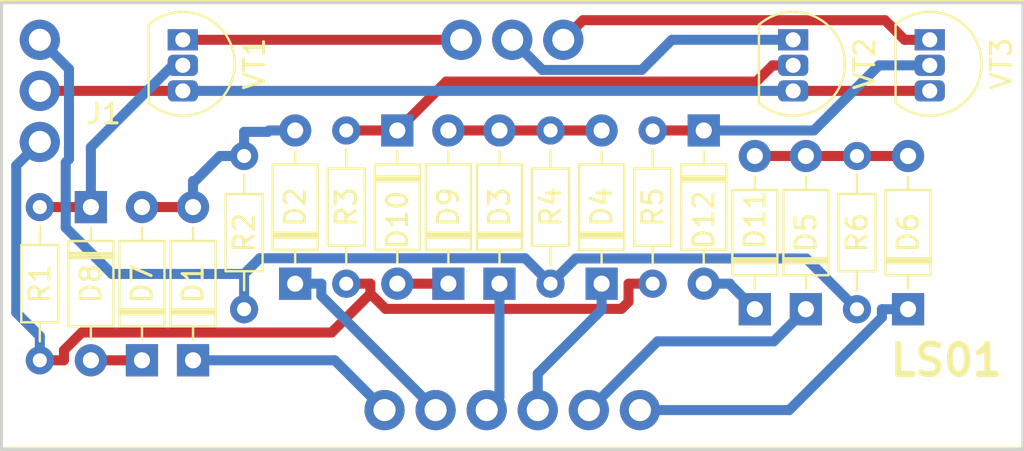
<source format=kicad_pcb>
(kicad_pcb (version 20171130) (host pcbnew "(5.0.0)")

  (general
    (thickness 1.6)
    (drawings 5)
    (tracks 91)
    (zones 0)
    (modules 22)
    (nets 22)
  )

  (page A4)
  (layers
    (0 F.Cu signal)
    (31 B.Cu signal)
    (32 B.Adhes user hide)
    (33 F.Adhes user hide)
    (34 B.Paste user hide)
    (35 F.Paste user hide)
    (36 B.SilkS user hide)
    (37 F.SilkS user)
    (38 B.Mask user)
    (39 F.Mask user)
    (40 Dwgs.User user hide)
    (41 Cmts.User user hide)
    (42 Eco1.User user hide)
    (43 Eco2.User user hide)
    (44 Edge.Cuts user)
    (45 Margin user)
    (46 B.CrtYd user hide)
    (47 F.CrtYd user)
    (48 B.Fab user)
    (49 F.Fab user)
  )

  (setup
    (last_trace_width 0.5)
    (trace_clearance 0.2)
    (zone_clearance 0.508)
    (zone_45_only no)
    (trace_min 0.2)
    (segment_width 0.2)
    (edge_width 0.15)
    (via_size 0.8)
    (via_drill 0.4)
    (via_min_size 0.4)
    (via_min_drill 0.3)
    (uvia_size 0.3)
    (uvia_drill 0.1)
    (uvias_allowed no)
    (uvia_min_size 0.2)
    (uvia_min_drill 0.1)
    (pcb_text_width 0.3)
    (pcb_text_size 1.5 1.5)
    (mod_edge_width 0.15)
    (mod_text_size 1 1)
    (mod_text_width 0.15)
    (pad_size 1.524 1.524)
    (pad_drill 0.762)
    (pad_to_mask_clearance 0.2)
    (aux_axis_origin 0 0)
    (grid_origin 95.25 57.15)
    (visible_elements 7FFDFF7F)
    (pcbplotparams
      (layerselection 0x010fc_ffffffff)
      (usegerberextensions false)
      (usegerberattributes false)
      (usegerberadvancedattributes false)
      (creategerberjobfile false)
      (excludeedgelayer true)
      (linewidth 0.100000)
      (plotframeref false)
      (viasonmask false)
      (mode 1)
      (useauxorigin false)
      (hpglpennumber 1)
      (hpglpenspeed 20)
      (hpglpendiameter 15.000000)
      (psnegative false)
      (psa4output false)
      (plotreference true)
      (plotvalue true)
      (plotinvisibletext false)
      (padsonsilk false)
      (subtractmaskfromsilk false)
      (outputformat 1)
      (mirror false)
      (drillshape 0)
      (scaleselection 1)
      (outputdirectory "Gerber/"))
  )

  (net 0 "")
  (net 1 "Net-(D1-Pad2)")
  (net 2 1)
  (net 3 2)
  (net 4 3)
  (net 5 "Net-(D3-Pad2)")
  (net 6 4)
  (net 7 5)
  (net 8 "Net-(D11-Pad2)")
  (net 9 6)
  (net 10 "Net-(D7-Pad1)")
  (net 11 "Net-(D8-Pad1)")
  (net 12 "Net-(D10-Pad2)")
  (net 13 "Net-(D10-Pad1)")
  (net 14 "Net-(D11-Pad1)")
  (net 15 "Net-(D12-Pad1)")
  (net 16 +6v)
  (net 17 -6v)
  (net 18 13)
  (net 19 12)
  (net 20 11)
  (net 21 0v)

  (net_class Default "This is the default net class."
    (clearance 0.2)
    (trace_width 0.5)
    (via_dia 0.8)
    (via_drill 0.4)
    (uvia_dia 0.3)
    (uvia_drill 0.1)
    (add_net +6v)
    (add_net -6v)
    (add_net 0v)
    (add_net 1)
    (add_net 11)
    (add_net 12)
    (add_net 13)
    (add_net 2)
    (add_net 3)
    (add_net 4)
    (add_net 5)
    (add_net 6)
    (add_net "Net-(D1-Pad2)")
    (add_net "Net-(D10-Pad1)")
    (add_net "Net-(D10-Pad2)")
    (add_net "Net-(D11-Pad1)")
    (add_net "Net-(D11-Pad2)")
    (add_net "Net-(D12-Pad1)")
    (add_net "Net-(D3-Pad2)")
    (add_net "Net-(D7-Pad1)")
    (add_net "Net-(D8-Pad1)")
  )

  (module ELLIOTT:LSA (layer F.Cu) (tedit 5C6009BE) (tstamp 5C31E846)
    (at 100.33 43.1165)
    (path /5C320323)
    (fp_text reference J1 (at 0 0.5) (layer F.SilkS)
      (effects (font (size 1 1) (thickness 0.15)))
    )
    (fp_text value LSAConnect (at 0 -0.5) (layer F.Fab)
      (effects (font (size 1 1) (thickness 0.15)))
    )
    (fp_line (start -5.08 17.145) (end -5.08 -5.08) (layer F.SilkS) (width 0.15))
    (fp_line (start 45.72 17.145) (end -5.08 17.145) (layer F.SilkS) (width 0.15))
    (fp_line (start 45.72 -5.08) (end 45.72 17.145) (layer F.SilkS) (width 0.15))
    (fp_line (start -5.08 -5.08) (end 45.72 -5.08) (layer F.SilkS) (width 0.15))
    (pad 13 thru_hole circle (at 22.86 -3.175) (size 2 2) (drill 1.1) (layers *.Cu *.Mask)
      (net 18 13))
    (pad 12 thru_hole circle (at 20.32 -3.175) (size 2 2) (drill 1.1) (layers *.Cu *.Mask)
      (net 19 12))
    (pad 11 thru_hole circle (at 17.78 -3.175) (size 2 2) (drill 1.1) (layers *.Cu *.Mask)
      (net 20 11))
    (pad 6 thru_hole circle (at 26.67 15.24) (size 2 2) (drill 1.1) (layers *.Cu *.Mask)
      (net 9 6))
    (pad 5 thru_hole circle (at 24.13 15.24) (size 2 2) (drill 1.1) (layers *.Cu *.Mask)
      (net 7 5))
    (pad 4 thru_hole circle (at 21.59 15.24) (size 2 2) (drill 1.1) (layers *.Cu *.Mask)
      (net 6 4))
    (pad 3 thru_hole circle (at 19.05 15.24) (size 2 2) (drill 1.1) (layers *.Cu *.Mask)
      (net 4 3))
    (pad 2 thru_hole circle (at 16.51 15.24) (size 2 2) (drill 1.1) (layers *.Cu *.Mask)
      (net 3 2))
    (pad 1 thru_hole circle (at 13.97 15.24) (size 2 2) (drill 1.1) (layers *.Cu *.Mask)
      (net 2 1))
    (pad 23 thru_hole circle (at -3.175 1.905) (size 2 2) (drill 1.1) (layers *.Cu *.Mask)
      (net 17 -6v))
    (pad 22 thru_hole circle (at -3.175 -0.635) (size 2 2) (drill 1.1) (layers *.Cu *.Mask)
      (net 21 0v))
    (pad 21 thru_hole circle (at -3.175 -3.175) (size 2 2) (drill 1.1) (layers *.Cu *.Mask)
      (net 16 +6v))
  )

  (module ELLIOTT:R_Axial_DIN0204_L3.6mm_D1.6mm_P7.62mm_Horizontal (layer F.Cu) (tedit 5B9AA3EA) (tstamp 5B9A9724)
    (at 97.155 48.26 270)
    (descr "Resistor, Axial_DIN0204 series, Axial, Horizontal, pin pitch=7.62mm, 0.167W, length*diameter=3.6*1.6mm^2, http://cdn-reichelt.de/documents/datenblatt/B400/1_4W%23YAG.pdf")
    (tags "Resistor Axial_DIN0204 series Axial Horizontal pin pitch 7.62mm 0.167W length 3.6mm diameter 1.6mm")
    (path /5B96A17E)
    (fp_text reference R1 (at 3.81 0 270) (layer F.SilkS)
      (effects (font (size 1 1) (thickness 0.15)))
    )
    (fp_text value 22k (at 3.81 1.92 270) (layer F.Fab)
      (effects (font (size 1 1) (thickness 0.15)))
    )
    (fp_line (start 1.89 -0.92) (end 1.89 0.92) (layer F.SilkS) (width 0.12))
    (fp_line (start 1.89 0.92) (end 5.73 0.92) (layer F.SilkS) (width 0.12))
    (fp_line (start 5.73 0.92) (end 5.73 -0.92) (layer F.SilkS) (width 0.12))
    (fp_line (start 5.73 -0.92) (end 1.89 -0.92) (layer F.SilkS) (width 0.12))
    (fp_line (start 0.94 0) (end 1.89 0) (layer F.SilkS) (width 0.12))
    (fp_line (start 6.68 0) (end 5.73 0) (layer F.SilkS) (width 0.12))
    (fp_line (start -1.05 -1.25) (end -1.05 1.25) (layer F.CrtYd) (width 0.05))
    (fp_line (start -1.05 1.25) (end 8.67 1.25) (layer F.CrtYd) (width 0.05))
    (fp_line (start 8.67 1.25) (end 8.67 -1.25) (layer F.CrtYd) (width 0.05))
    (fp_line (start 8.67 -1.25) (end -1.05 -1.25) (layer F.CrtYd) (width 0.05))
    (pad 1 thru_hole circle (at 0 0 270) (size 1.4 1.4) (drill 0.7) (layers *.Cu *.Mask)
      (net 11 "Net-(D8-Pad1)"))
    (pad 2 thru_hole oval (at 7.62 0 270) (size 1.4 1.4) (drill 0.7) (layers *.Cu *.Mask)
      (net 17 -6v))
    (model ${KISYS3DMOD}/Resistor_THT.3dshapes/R_Axial_DIN0204_L3.6mm_D1.6mm_P7.62mm_Horizontal.wrl
      (at (xyz 0 0 0))
      (scale (xyz 1 1 1))
      (rotate (xyz 0 0 0))
    )
  )

  (module ELLIOTT:D_DO-35_SOD27_P7.62mm_Horizontal (layer F.Cu) (tedit 5B9AA396) (tstamp 5B9A9577)
    (at 104.775 55.88 90)
    (descr "Diode, DO-35_SOD27 series, Axial, Horizontal, pin pitch=7.62mm, , length*diameter=4*2mm^2, , http://www.diodes.com/_files/packages/DO-35.pdf")
    (tags "Diode DO-35_SOD27 series Axial Horizontal pin pitch 7.62mm  length 4mm diameter 2mm")
    (path /5B96A028)
    (fp_text reference D1 (at 3.81 0 90) (layer F.SilkS)
      (effects (font (size 1 1) (thickness 0.15)))
    )
    (fp_text value 1N4148 (at 3.81 2.12 90) (layer F.Fab)
      (effects (font (size 1 1) (thickness 0.15)))
    )
    (fp_line (start 2.41 -1) (end 2.41 1) (layer F.Fab) (width 0.1))
    (fp_line (start 2.51 -1) (end 2.51 1) (layer F.Fab) (width 0.1))
    (fp_line (start 2.31 -1) (end 2.31 1) (layer F.Fab) (width 0.1))
    (fp_line (start 1.69 -1.12) (end 1.69 1.12) (layer F.SilkS) (width 0.12))
    (fp_line (start 1.69 1.12) (end 5.93 1.12) (layer F.SilkS) (width 0.12))
    (fp_line (start 5.93 1.12) (end 5.93 -1.12) (layer F.SilkS) (width 0.12))
    (fp_line (start 5.93 -1.12) (end 1.69 -1.12) (layer F.SilkS) (width 0.12))
    (fp_line (start 1.04 0) (end 1.69 0) (layer F.SilkS) (width 0.12))
    (fp_line (start 6.58 0) (end 5.93 0) (layer F.SilkS) (width 0.12))
    (fp_line (start 2.41 -1.12) (end 2.41 1.12) (layer F.SilkS) (width 0.12))
    (fp_line (start 2.53 -1.12) (end 2.53 1.12) (layer F.SilkS) (width 0.12))
    (fp_line (start 2.29 -1.12) (end 2.29 1.12) (layer F.SilkS) (width 0.12))
    (fp_line (start -1.05 -1.25) (end -1.05 1.25) (layer F.CrtYd) (width 0.05))
    (fp_line (start -1.05 1.25) (end 8.67 1.25) (layer F.CrtYd) (width 0.05))
    (fp_line (start 8.67 1.25) (end 8.67 -1.25) (layer F.CrtYd) (width 0.05))
    (fp_line (start 8.67 -1.25) (end -1.05 -1.25) (layer F.CrtYd) (width 0.05))
    (pad 1 thru_hole rect (at 0 0 90) (size 1.6 1.6) (drill 0.8) (layers *.Cu *.Mask)
      (net 2 1))
    (pad 2 thru_hole oval (at 7.62 0 90) (size 1.6 1.6) (drill 0.8) (layers *.Cu *.Mask)
      (net 1 "Net-(D1-Pad2)"))
    (model ${KISYS3DMOD}/Diode_THT.3dshapes/D_DO-35_SOD27_P7.62mm_Horizontal.wrl
      (at (xyz 0 0 0))
      (scale (xyz 1 1 1))
      (rotate (xyz 0 0 0))
    )
  )

  (module ELLIOTT:D_DO-35_SOD27_P7.62mm_Horizontal (layer F.Cu) (tedit 5B9AA396) (tstamp 5B9A9595)
    (at 109.855 52.07 90)
    (descr "Diode, DO-35_SOD27 series, Axial, Horizontal, pin pitch=7.62mm, , length*diameter=4*2mm^2, , http://www.diodes.com/_files/packages/DO-35.pdf")
    (tags "Diode DO-35_SOD27 series Axial Horizontal pin pitch 7.62mm  length 4mm diameter 2mm")
    (path /5B96A061)
    (fp_text reference D2 (at 3.81 0 90) (layer F.SilkS)
      (effects (font (size 1 1) (thickness 0.15)))
    )
    (fp_text value 1N4148 (at 3.81 2.12 90) (layer F.Fab)
      (effects (font (size 1 1) (thickness 0.15)))
    )
    (fp_line (start 2.41 -1) (end 2.41 1) (layer F.Fab) (width 0.1))
    (fp_line (start 2.51 -1) (end 2.51 1) (layer F.Fab) (width 0.1))
    (fp_line (start 2.31 -1) (end 2.31 1) (layer F.Fab) (width 0.1))
    (fp_line (start 1.69 -1.12) (end 1.69 1.12) (layer F.SilkS) (width 0.12))
    (fp_line (start 1.69 1.12) (end 5.93 1.12) (layer F.SilkS) (width 0.12))
    (fp_line (start 5.93 1.12) (end 5.93 -1.12) (layer F.SilkS) (width 0.12))
    (fp_line (start 5.93 -1.12) (end 1.69 -1.12) (layer F.SilkS) (width 0.12))
    (fp_line (start 1.04 0) (end 1.69 0) (layer F.SilkS) (width 0.12))
    (fp_line (start 6.58 0) (end 5.93 0) (layer F.SilkS) (width 0.12))
    (fp_line (start 2.41 -1.12) (end 2.41 1.12) (layer F.SilkS) (width 0.12))
    (fp_line (start 2.53 -1.12) (end 2.53 1.12) (layer F.SilkS) (width 0.12))
    (fp_line (start 2.29 -1.12) (end 2.29 1.12) (layer F.SilkS) (width 0.12))
    (fp_line (start -1.05 -1.25) (end -1.05 1.25) (layer F.CrtYd) (width 0.05))
    (fp_line (start -1.05 1.25) (end 8.67 1.25) (layer F.CrtYd) (width 0.05))
    (fp_line (start 8.67 1.25) (end 8.67 -1.25) (layer F.CrtYd) (width 0.05))
    (fp_line (start 8.67 -1.25) (end -1.05 -1.25) (layer F.CrtYd) (width 0.05))
    (pad 1 thru_hole rect (at 0 0 90) (size 1.6 1.6) (drill 0.8) (layers *.Cu *.Mask)
      (net 3 2))
    (pad 2 thru_hole oval (at 7.62 0 90) (size 1.6 1.6) (drill 0.8) (layers *.Cu *.Mask)
      (net 1 "Net-(D1-Pad2)"))
    (model ${KISYS3DMOD}/Diode_THT.3dshapes/D_DO-35_SOD27_P7.62mm_Horizontal.wrl
      (at (xyz 0 0 0))
      (scale (xyz 1 1 1))
      (rotate (xyz 0 0 0))
    )
  )

  (module ELLIOTT:D_DO-35_SOD27_P7.62mm_Horizontal (layer F.Cu) (tedit 5B9AA396) (tstamp 5B9A95B3)
    (at 120.015 52.07 90)
    (descr "Diode, DO-35_SOD27 series, Axial, Horizontal, pin pitch=7.62mm, , length*diameter=4*2mm^2, , http://www.diodes.com/_files/packages/DO-35.pdf")
    (tags "Diode DO-35_SOD27 series Axial Horizontal pin pitch 7.62mm  length 4mm diameter 2mm")
    (path /5B96AD4B)
    (fp_text reference D3 (at 3.81 0 90) (layer F.SilkS)
      (effects (font (size 1 1) (thickness 0.15)))
    )
    (fp_text value 1N4148 (at 3.81 2.12 90) (layer F.Fab)
      (effects (font (size 1 1) (thickness 0.15)))
    )
    (fp_line (start 2.41 -1) (end 2.41 1) (layer F.Fab) (width 0.1))
    (fp_line (start 2.51 -1) (end 2.51 1) (layer F.Fab) (width 0.1))
    (fp_line (start 2.31 -1) (end 2.31 1) (layer F.Fab) (width 0.1))
    (fp_line (start 1.69 -1.12) (end 1.69 1.12) (layer F.SilkS) (width 0.12))
    (fp_line (start 1.69 1.12) (end 5.93 1.12) (layer F.SilkS) (width 0.12))
    (fp_line (start 5.93 1.12) (end 5.93 -1.12) (layer F.SilkS) (width 0.12))
    (fp_line (start 5.93 -1.12) (end 1.69 -1.12) (layer F.SilkS) (width 0.12))
    (fp_line (start 1.04 0) (end 1.69 0) (layer F.SilkS) (width 0.12))
    (fp_line (start 6.58 0) (end 5.93 0) (layer F.SilkS) (width 0.12))
    (fp_line (start 2.41 -1.12) (end 2.41 1.12) (layer F.SilkS) (width 0.12))
    (fp_line (start 2.53 -1.12) (end 2.53 1.12) (layer F.SilkS) (width 0.12))
    (fp_line (start 2.29 -1.12) (end 2.29 1.12) (layer F.SilkS) (width 0.12))
    (fp_line (start -1.05 -1.25) (end -1.05 1.25) (layer F.CrtYd) (width 0.05))
    (fp_line (start -1.05 1.25) (end 8.67 1.25) (layer F.CrtYd) (width 0.05))
    (fp_line (start 8.67 1.25) (end 8.67 -1.25) (layer F.CrtYd) (width 0.05))
    (fp_line (start 8.67 -1.25) (end -1.05 -1.25) (layer F.CrtYd) (width 0.05))
    (pad 1 thru_hole rect (at 0 0 90) (size 1.6 1.6) (drill 0.8) (layers *.Cu *.Mask)
      (net 4 3))
    (pad 2 thru_hole oval (at 7.62 0 90) (size 1.6 1.6) (drill 0.8) (layers *.Cu *.Mask)
      (net 5 "Net-(D3-Pad2)"))
    (model ${KISYS3DMOD}/Diode_THT.3dshapes/D_DO-35_SOD27_P7.62mm_Horizontal.wrl
      (at (xyz 0 0 0))
      (scale (xyz 1 1 1))
      (rotate (xyz 0 0 0))
    )
  )

  (module ELLIOTT:D_DO-35_SOD27_P7.62mm_Horizontal (layer F.Cu) (tedit 5B9AA396) (tstamp 5B9A95D1)
    (at 125.095 52.07 90)
    (descr "Diode, DO-35_SOD27 series, Axial, Horizontal, pin pitch=7.62mm, , length*diameter=4*2mm^2, , http://www.diodes.com/_files/packages/DO-35.pdf")
    (tags "Diode DO-35_SOD27 series Axial Horizontal pin pitch 7.62mm  length 4mm diameter 2mm")
    (path /5B96AD51)
    (fp_text reference D4 (at 3.81 0 90) (layer F.SilkS)
      (effects (font (size 1 1) (thickness 0.15)))
    )
    (fp_text value 1N4148 (at 3.81 2.12 90) (layer F.Fab)
      (effects (font (size 1 1) (thickness 0.15)))
    )
    (fp_line (start 2.41 -1) (end 2.41 1) (layer F.Fab) (width 0.1))
    (fp_line (start 2.51 -1) (end 2.51 1) (layer F.Fab) (width 0.1))
    (fp_line (start 2.31 -1) (end 2.31 1) (layer F.Fab) (width 0.1))
    (fp_line (start 1.69 -1.12) (end 1.69 1.12) (layer F.SilkS) (width 0.12))
    (fp_line (start 1.69 1.12) (end 5.93 1.12) (layer F.SilkS) (width 0.12))
    (fp_line (start 5.93 1.12) (end 5.93 -1.12) (layer F.SilkS) (width 0.12))
    (fp_line (start 5.93 -1.12) (end 1.69 -1.12) (layer F.SilkS) (width 0.12))
    (fp_line (start 1.04 0) (end 1.69 0) (layer F.SilkS) (width 0.12))
    (fp_line (start 6.58 0) (end 5.93 0) (layer F.SilkS) (width 0.12))
    (fp_line (start 2.41 -1.12) (end 2.41 1.12) (layer F.SilkS) (width 0.12))
    (fp_line (start 2.53 -1.12) (end 2.53 1.12) (layer F.SilkS) (width 0.12))
    (fp_line (start 2.29 -1.12) (end 2.29 1.12) (layer F.SilkS) (width 0.12))
    (fp_line (start -1.05 -1.25) (end -1.05 1.25) (layer F.CrtYd) (width 0.05))
    (fp_line (start -1.05 1.25) (end 8.67 1.25) (layer F.CrtYd) (width 0.05))
    (fp_line (start 8.67 1.25) (end 8.67 -1.25) (layer F.CrtYd) (width 0.05))
    (fp_line (start 8.67 -1.25) (end -1.05 -1.25) (layer F.CrtYd) (width 0.05))
    (pad 1 thru_hole rect (at 0 0 90) (size 1.6 1.6) (drill 0.8) (layers *.Cu *.Mask)
      (net 6 4))
    (pad 2 thru_hole oval (at 7.62 0 90) (size 1.6 1.6) (drill 0.8) (layers *.Cu *.Mask)
      (net 5 "Net-(D3-Pad2)"))
    (model ${KISYS3DMOD}/Diode_THT.3dshapes/D_DO-35_SOD27_P7.62mm_Horizontal.wrl
      (at (xyz 0 0 0))
      (scale (xyz 1 1 1))
      (rotate (xyz 0 0 0))
    )
  )

  (module ELLIOTT:D_DO-35_SOD27_P7.62mm_Horizontal (layer F.Cu) (tedit 5B9AA396) (tstamp 5B9A95EF)
    (at 135.255 53.34 90)
    (descr "Diode, DO-35_SOD27 series, Axial, Horizontal, pin pitch=7.62mm, , length*diameter=4*2mm^2, , http://www.diodes.com/_files/packages/DO-35.pdf")
    (tags "Diode DO-35_SOD27 series Axial Horizontal pin pitch 7.62mm  length 4mm diameter 2mm")
    (path /5B96B3C3)
    (fp_text reference D5 (at 3.81 0 90) (layer F.SilkS)
      (effects (font (size 1 1) (thickness 0.15)))
    )
    (fp_text value 1N4148 (at 3.81 2.12 90) (layer F.Fab)
      (effects (font (size 1 1) (thickness 0.15)))
    )
    (fp_line (start 2.41 -1) (end 2.41 1) (layer F.Fab) (width 0.1))
    (fp_line (start 2.51 -1) (end 2.51 1) (layer F.Fab) (width 0.1))
    (fp_line (start 2.31 -1) (end 2.31 1) (layer F.Fab) (width 0.1))
    (fp_line (start 1.69 -1.12) (end 1.69 1.12) (layer F.SilkS) (width 0.12))
    (fp_line (start 1.69 1.12) (end 5.93 1.12) (layer F.SilkS) (width 0.12))
    (fp_line (start 5.93 1.12) (end 5.93 -1.12) (layer F.SilkS) (width 0.12))
    (fp_line (start 5.93 -1.12) (end 1.69 -1.12) (layer F.SilkS) (width 0.12))
    (fp_line (start 1.04 0) (end 1.69 0) (layer F.SilkS) (width 0.12))
    (fp_line (start 6.58 0) (end 5.93 0) (layer F.SilkS) (width 0.12))
    (fp_line (start 2.41 -1.12) (end 2.41 1.12) (layer F.SilkS) (width 0.12))
    (fp_line (start 2.53 -1.12) (end 2.53 1.12) (layer F.SilkS) (width 0.12))
    (fp_line (start 2.29 -1.12) (end 2.29 1.12) (layer F.SilkS) (width 0.12))
    (fp_line (start -1.05 -1.25) (end -1.05 1.25) (layer F.CrtYd) (width 0.05))
    (fp_line (start -1.05 1.25) (end 8.67 1.25) (layer F.CrtYd) (width 0.05))
    (fp_line (start 8.67 1.25) (end 8.67 -1.25) (layer F.CrtYd) (width 0.05))
    (fp_line (start 8.67 -1.25) (end -1.05 -1.25) (layer F.CrtYd) (width 0.05))
    (pad 1 thru_hole rect (at 0 0 90) (size 1.6 1.6) (drill 0.8) (layers *.Cu *.Mask)
      (net 7 5))
    (pad 2 thru_hole oval (at 7.62 0 90) (size 1.6 1.6) (drill 0.8) (layers *.Cu *.Mask)
      (net 8 "Net-(D11-Pad2)"))
    (model ${KISYS3DMOD}/Diode_THT.3dshapes/D_DO-35_SOD27_P7.62mm_Horizontal.wrl
      (at (xyz 0 0 0))
      (scale (xyz 1 1 1))
      (rotate (xyz 0 0 0))
    )
  )

  (module ELLIOTT:D_DO-35_SOD27_P7.62mm_Horizontal (layer F.Cu) (tedit 5B9AA396) (tstamp 5B9A960D)
    (at 140.335 53.34 90)
    (descr "Diode, DO-35_SOD27 series, Axial, Horizontal, pin pitch=7.62mm, , length*diameter=4*2mm^2, , http://www.diodes.com/_files/packages/DO-35.pdf")
    (tags "Diode DO-35_SOD27 series Axial Horizontal pin pitch 7.62mm  length 4mm diameter 2mm")
    (path /5B96B3C9)
    (fp_text reference D6 (at 3.81 0 90) (layer F.SilkS)
      (effects (font (size 1 1) (thickness 0.15)))
    )
    (fp_text value 1N4148 (at 3.81 2.12 90) (layer F.Fab)
      (effects (font (size 1 1) (thickness 0.15)))
    )
    (fp_line (start 2.41 -1) (end 2.41 1) (layer F.Fab) (width 0.1))
    (fp_line (start 2.51 -1) (end 2.51 1) (layer F.Fab) (width 0.1))
    (fp_line (start 2.31 -1) (end 2.31 1) (layer F.Fab) (width 0.1))
    (fp_line (start 1.69 -1.12) (end 1.69 1.12) (layer F.SilkS) (width 0.12))
    (fp_line (start 1.69 1.12) (end 5.93 1.12) (layer F.SilkS) (width 0.12))
    (fp_line (start 5.93 1.12) (end 5.93 -1.12) (layer F.SilkS) (width 0.12))
    (fp_line (start 5.93 -1.12) (end 1.69 -1.12) (layer F.SilkS) (width 0.12))
    (fp_line (start 1.04 0) (end 1.69 0) (layer F.SilkS) (width 0.12))
    (fp_line (start 6.58 0) (end 5.93 0) (layer F.SilkS) (width 0.12))
    (fp_line (start 2.41 -1.12) (end 2.41 1.12) (layer F.SilkS) (width 0.12))
    (fp_line (start 2.53 -1.12) (end 2.53 1.12) (layer F.SilkS) (width 0.12))
    (fp_line (start 2.29 -1.12) (end 2.29 1.12) (layer F.SilkS) (width 0.12))
    (fp_line (start -1.05 -1.25) (end -1.05 1.25) (layer F.CrtYd) (width 0.05))
    (fp_line (start -1.05 1.25) (end 8.67 1.25) (layer F.CrtYd) (width 0.05))
    (fp_line (start 8.67 1.25) (end 8.67 -1.25) (layer F.CrtYd) (width 0.05))
    (fp_line (start 8.67 -1.25) (end -1.05 -1.25) (layer F.CrtYd) (width 0.05))
    (pad 1 thru_hole rect (at 0 0 90) (size 1.6 1.6) (drill 0.8) (layers *.Cu *.Mask)
      (net 9 6))
    (pad 2 thru_hole oval (at 7.62 0 90) (size 1.6 1.6) (drill 0.8) (layers *.Cu *.Mask)
      (net 8 "Net-(D11-Pad2)"))
    (model ${KISYS3DMOD}/Diode_THT.3dshapes/D_DO-35_SOD27_P7.62mm_Horizontal.wrl
      (at (xyz 0 0 0))
      (scale (xyz 1 1 1))
      (rotate (xyz 0 0 0))
    )
  )

  (module ELLIOTT:D_DO-35_SOD27_P7.62mm_Horizontal (layer F.Cu) (tedit 5B9AA396) (tstamp 5B9A962B)
    (at 102.235 55.88 90)
    (descr "Diode, DO-35_SOD27 series, Axial, Horizontal, pin pitch=7.62mm, , length*diameter=4*2mm^2, , http://www.diodes.com/_files/packages/DO-35.pdf")
    (tags "Diode DO-35_SOD27 series Axial Horizontal pin pitch 7.62mm  length 4mm diameter 2mm")
    (path /5B96A1C7)
    (fp_text reference D7 (at 3.81 0 90) (layer F.SilkS)
      (effects (font (size 1 1) (thickness 0.15)))
    )
    (fp_text value 1N4148 (at 3.81 2.12 90) (layer F.Fab)
      (effects (font (size 1 1) (thickness 0.15)))
    )
    (fp_line (start 2.41 -1) (end 2.41 1) (layer F.Fab) (width 0.1))
    (fp_line (start 2.51 -1) (end 2.51 1) (layer F.Fab) (width 0.1))
    (fp_line (start 2.31 -1) (end 2.31 1) (layer F.Fab) (width 0.1))
    (fp_line (start 1.69 -1.12) (end 1.69 1.12) (layer F.SilkS) (width 0.12))
    (fp_line (start 1.69 1.12) (end 5.93 1.12) (layer F.SilkS) (width 0.12))
    (fp_line (start 5.93 1.12) (end 5.93 -1.12) (layer F.SilkS) (width 0.12))
    (fp_line (start 5.93 -1.12) (end 1.69 -1.12) (layer F.SilkS) (width 0.12))
    (fp_line (start 1.04 0) (end 1.69 0) (layer F.SilkS) (width 0.12))
    (fp_line (start 6.58 0) (end 5.93 0) (layer F.SilkS) (width 0.12))
    (fp_line (start 2.41 -1.12) (end 2.41 1.12) (layer F.SilkS) (width 0.12))
    (fp_line (start 2.53 -1.12) (end 2.53 1.12) (layer F.SilkS) (width 0.12))
    (fp_line (start 2.29 -1.12) (end 2.29 1.12) (layer F.SilkS) (width 0.12))
    (fp_line (start -1.05 -1.25) (end -1.05 1.25) (layer F.CrtYd) (width 0.05))
    (fp_line (start -1.05 1.25) (end 8.67 1.25) (layer F.CrtYd) (width 0.05))
    (fp_line (start 8.67 1.25) (end 8.67 -1.25) (layer F.CrtYd) (width 0.05))
    (fp_line (start 8.67 -1.25) (end -1.05 -1.25) (layer F.CrtYd) (width 0.05))
    (pad 1 thru_hole rect (at 0 0 90) (size 1.6 1.6) (drill 0.8) (layers *.Cu *.Mask)
      (net 10 "Net-(D7-Pad1)"))
    (pad 2 thru_hole oval (at 7.62 0 90) (size 1.6 1.6) (drill 0.8) (layers *.Cu *.Mask)
      (net 1 "Net-(D1-Pad2)"))
    (model ${KISYS3DMOD}/Diode_THT.3dshapes/D_DO-35_SOD27_P7.62mm_Horizontal.wrl
      (at (xyz 0 0 0))
      (scale (xyz 1 1 1))
      (rotate (xyz 0 0 0))
    )
  )

  (module ELLIOTT:D_DO-35_SOD27_P7.62mm_Horizontal (layer F.Cu) (tedit 5B9AA396) (tstamp 5B9A9649)
    (at 99.695 48.26 270)
    (descr "Diode, DO-35_SOD27 series, Axial, Horizontal, pin pitch=7.62mm, , length*diameter=4*2mm^2, , http://www.diodes.com/_files/packages/DO-35.pdf")
    (tags "Diode DO-35_SOD27 series Axial Horizontal pin pitch 7.62mm  length 4mm diameter 2mm")
    (path /5B96A1FD)
    (fp_text reference D8 (at 3.81 0 270) (layer F.SilkS)
      (effects (font (size 1 1) (thickness 0.15)))
    )
    (fp_text value 1N4148 (at 3.81 2.12 270) (layer F.Fab)
      (effects (font (size 1 1) (thickness 0.15)))
    )
    (fp_line (start 2.41 -1) (end 2.41 1) (layer F.Fab) (width 0.1))
    (fp_line (start 2.51 -1) (end 2.51 1) (layer F.Fab) (width 0.1))
    (fp_line (start 2.31 -1) (end 2.31 1) (layer F.Fab) (width 0.1))
    (fp_line (start 1.69 -1.12) (end 1.69 1.12) (layer F.SilkS) (width 0.12))
    (fp_line (start 1.69 1.12) (end 5.93 1.12) (layer F.SilkS) (width 0.12))
    (fp_line (start 5.93 1.12) (end 5.93 -1.12) (layer F.SilkS) (width 0.12))
    (fp_line (start 5.93 -1.12) (end 1.69 -1.12) (layer F.SilkS) (width 0.12))
    (fp_line (start 1.04 0) (end 1.69 0) (layer F.SilkS) (width 0.12))
    (fp_line (start 6.58 0) (end 5.93 0) (layer F.SilkS) (width 0.12))
    (fp_line (start 2.41 -1.12) (end 2.41 1.12) (layer F.SilkS) (width 0.12))
    (fp_line (start 2.53 -1.12) (end 2.53 1.12) (layer F.SilkS) (width 0.12))
    (fp_line (start 2.29 -1.12) (end 2.29 1.12) (layer F.SilkS) (width 0.12))
    (fp_line (start -1.05 -1.25) (end -1.05 1.25) (layer F.CrtYd) (width 0.05))
    (fp_line (start -1.05 1.25) (end 8.67 1.25) (layer F.CrtYd) (width 0.05))
    (fp_line (start 8.67 1.25) (end 8.67 -1.25) (layer F.CrtYd) (width 0.05))
    (fp_line (start 8.67 -1.25) (end -1.05 -1.25) (layer F.CrtYd) (width 0.05))
    (pad 1 thru_hole rect (at 0 0 270) (size 1.6 1.6) (drill 0.8) (layers *.Cu *.Mask)
      (net 11 "Net-(D8-Pad1)"))
    (pad 2 thru_hole oval (at 7.62 0 270) (size 1.6 1.6) (drill 0.8) (layers *.Cu *.Mask)
      (net 10 "Net-(D7-Pad1)"))
    (model ${KISYS3DMOD}/Diode_THT.3dshapes/D_DO-35_SOD27_P7.62mm_Horizontal.wrl
      (at (xyz 0 0 0))
      (scale (xyz 1 1 1))
      (rotate (xyz 0 0 0))
    )
  )

  (module ELLIOTT:D_DO-35_SOD27_P7.62mm_Horizontal (layer F.Cu) (tedit 5B9AA396) (tstamp 5B9A9667)
    (at 117.475 52.07 90)
    (descr "Diode, DO-35_SOD27 series, Axial, Horizontal, pin pitch=7.62mm, , length*diameter=4*2mm^2, , http://www.diodes.com/_files/packages/DO-35.pdf")
    (tags "Diode DO-35_SOD27 series Axial Horizontal pin pitch 7.62mm  length 4mm diameter 2mm")
    (path /5B96AD63)
    (fp_text reference D9 (at 3.81 0 90) (layer F.SilkS)
      (effects (font (size 1 1) (thickness 0.15)))
    )
    (fp_text value 1N4148 (at 3.81 2.12 90) (layer F.Fab)
      (effects (font (size 1 1) (thickness 0.15)))
    )
    (fp_line (start 2.41 -1) (end 2.41 1) (layer F.Fab) (width 0.1))
    (fp_line (start 2.51 -1) (end 2.51 1) (layer F.Fab) (width 0.1))
    (fp_line (start 2.31 -1) (end 2.31 1) (layer F.Fab) (width 0.1))
    (fp_line (start 1.69 -1.12) (end 1.69 1.12) (layer F.SilkS) (width 0.12))
    (fp_line (start 1.69 1.12) (end 5.93 1.12) (layer F.SilkS) (width 0.12))
    (fp_line (start 5.93 1.12) (end 5.93 -1.12) (layer F.SilkS) (width 0.12))
    (fp_line (start 5.93 -1.12) (end 1.69 -1.12) (layer F.SilkS) (width 0.12))
    (fp_line (start 1.04 0) (end 1.69 0) (layer F.SilkS) (width 0.12))
    (fp_line (start 6.58 0) (end 5.93 0) (layer F.SilkS) (width 0.12))
    (fp_line (start 2.41 -1.12) (end 2.41 1.12) (layer F.SilkS) (width 0.12))
    (fp_line (start 2.53 -1.12) (end 2.53 1.12) (layer F.SilkS) (width 0.12))
    (fp_line (start 2.29 -1.12) (end 2.29 1.12) (layer F.SilkS) (width 0.12))
    (fp_line (start -1.05 -1.25) (end -1.05 1.25) (layer F.CrtYd) (width 0.05))
    (fp_line (start -1.05 1.25) (end 8.67 1.25) (layer F.CrtYd) (width 0.05))
    (fp_line (start 8.67 1.25) (end 8.67 -1.25) (layer F.CrtYd) (width 0.05))
    (fp_line (start 8.67 -1.25) (end -1.05 -1.25) (layer F.CrtYd) (width 0.05))
    (pad 1 thru_hole rect (at 0 0 90) (size 1.6 1.6) (drill 0.8) (layers *.Cu *.Mask)
      (net 12 "Net-(D10-Pad2)"))
    (pad 2 thru_hole oval (at 7.62 0 90) (size 1.6 1.6) (drill 0.8) (layers *.Cu *.Mask)
      (net 5 "Net-(D3-Pad2)"))
    (model ${KISYS3DMOD}/Diode_THT.3dshapes/D_DO-35_SOD27_P7.62mm_Horizontal.wrl
      (at (xyz 0 0 0))
      (scale (xyz 1 1 1))
      (rotate (xyz 0 0 0))
    )
  )

  (module ELLIOTT:D_DO-35_SOD27_P7.62mm_Horizontal (layer F.Cu) (tedit 5B9AA396) (tstamp 5B9A9685)
    (at 114.935 44.45 270)
    (descr "Diode, DO-35_SOD27 series, Axial, Horizontal, pin pitch=7.62mm, , length*diameter=4*2mm^2, , http://www.diodes.com/_files/packages/DO-35.pdf")
    (tags "Diode DO-35_SOD27 series Axial Horizontal pin pitch 7.62mm  length 4mm diameter 2mm")
    (path /5B96AD69)
    (fp_text reference D10 (at 4.445 0 270) (layer F.SilkS)
      (effects (font (size 1 1) (thickness 0.15)))
    )
    (fp_text value 1N4148 (at 3.81 2.12 270) (layer F.Fab)
      (effects (font (size 1 1) (thickness 0.15)))
    )
    (fp_line (start 2.41 -1) (end 2.41 1) (layer F.Fab) (width 0.1))
    (fp_line (start 2.51 -1) (end 2.51 1) (layer F.Fab) (width 0.1))
    (fp_line (start 2.31 -1) (end 2.31 1) (layer F.Fab) (width 0.1))
    (fp_line (start 1.69 -1.12) (end 1.69 1.12) (layer F.SilkS) (width 0.12))
    (fp_line (start 1.69 1.12) (end 5.93 1.12) (layer F.SilkS) (width 0.12))
    (fp_line (start 5.93 1.12) (end 5.93 -1.12) (layer F.SilkS) (width 0.12))
    (fp_line (start 5.93 -1.12) (end 1.69 -1.12) (layer F.SilkS) (width 0.12))
    (fp_line (start 1.04 0) (end 1.69 0) (layer F.SilkS) (width 0.12))
    (fp_line (start 6.58 0) (end 5.93 0) (layer F.SilkS) (width 0.12))
    (fp_line (start 2.41 -1.12) (end 2.41 1.12) (layer F.SilkS) (width 0.12))
    (fp_line (start 2.53 -1.12) (end 2.53 1.12) (layer F.SilkS) (width 0.12))
    (fp_line (start 2.29 -1.12) (end 2.29 1.12) (layer F.SilkS) (width 0.12))
    (fp_line (start -1.05 -1.25) (end -1.05 1.25) (layer F.CrtYd) (width 0.05))
    (fp_line (start -1.05 1.25) (end 8.67 1.25) (layer F.CrtYd) (width 0.05))
    (fp_line (start 8.67 1.25) (end 8.67 -1.25) (layer F.CrtYd) (width 0.05))
    (fp_line (start 8.67 -1.25) (end -1.05 -1.25) (layer F.CrtYd) (width 0.05))
    (pad 1 thru_hole rect (at 0 0 270) (size 1.6 1.6) (drill 0.8) (layers *.Cu *.Mask)
      (net 13 "Net-(D10-Pad1)"))
    (pad 2 thru_hole oval (at 7.62 0 270) (size 1.6 1.6) (drill 0.8) (layers *.Cu *.Mask)
      (net 12 "Net-(D10-Pad2)"))
    (model ${KISYS3DMOD}/Diode_THT.3dshapes/D_DO-35_SOD27_P7.62mm_Horizontal.wrl
      (at (xyz 0 0 0))
      (scale (xyz 1 1 1))
      (rotate (xyz 0 0 0))
    )
  )

  (module ELLIOTT:D_DO-35_SOD27_P7.62mm_Horizontal (layer F.Cu) (tedit 5B9AA396) (tstamp 5B9A96A3)
    (at 132.715 53.34 90)
    (descr "Diode, DO-35_SOD27 series, Axial, Horizontal, pin pitch=7.62mm, , length*diameter=4*2mm^2, , http://www.diodes.com/_files/packages/DO-35.pdf")
    (tags "Diode DO-35_SOD27 series Axial Horizontal pin pitch 7.62mm  length 4mm diameter 2mm")
    (path /5B96B3DB)
    (fp_text reference D11 (at 4.445 0 90) (layer F.SilkS)
      (effects (font (size 1 1) (thickness 0.15)))
    )
    (fp_text value 1N4148 (at 3.81 2.12 90) (layer F.Fab)
      (effects (font (size 1 1) (thickness 0.15)))
    )
    (fp_line (start 2.41 -1) (end 2.41 1) (layer F.Fab) (width 0.1))
    (fp_line (start 2.51 -1) (end 2.51 1) (layer F.Fab) (width 0.1))
    (fp_line (start 2.31 -1) (end 2.31 1) (layer F.Fab) (width 0.1))
    (fp_line (start 1.69 -1.12) (end 1.69 1.12) (layer F.SilkS) (width 0.12))
    (fp_line (start 1.69 1.12) (end 5.93 1.12) (layer F.SilkS) (width 0.12))
    (fp_line (start 5.93 1.12) (end 5.93 -1.12) (layer F.SilkS) (width 0.12))
    (fp_line (start 5.93 -1.12) (end 1.69 -1.12) (layer F.SilkS) (width 0.12))
    (fp_line (start 1.04 0) (end 1.69 0) (layer F.SilkS) (width 0.12))
    (fp_line (start 6.58 0) (end 5.93 0) (layer F.SilkS) (width 0.12))
    (fp_line (start 2.41 -1.12) (end 2.41 1.12) (layer F.SilkS) (width 0.12))
    (fp_line (start 2.53 -1.12) (end 2.53 1.12) (layer F.SilkS) (width 0.12))
    (fp_line (start 2.29 -1.12) (end 2.29 1.12) (layer F.SilkS) (width 0.12))
    (fp_line (start -1.05 -1.25) (end -1.05 1.25) (layer F.CrtYd) (width 0.05))
    (fp_line (start -1.05 1.25) (end 8.67 1.25) (layer F.CrtYd) (width 0.05))
    (fp_line (start 8.67 1.25) (end 8.67 -1.25) (layer F.CrtYd) (width 0.05))
    (fp_line (start 8.67 -1.25) (end -1.05 -1.25) (layer F.CrtYd) (width 0.05))
    (pad 1 thru_hole rect (at 0 0 90) (size 1.6 1.6) (drill 0.8) (layers *.Cu *.Mask)
      (net 14 "Net-(D11-Pad1)"))
    (pad 2 thru_hole oval (at 7.62 0 90) (size 1.6 1.6) (drill 0.8) (layers *.Cu *.Mask)
      (net 8 "Net-(D11-Pad2)"))
    (model ${KISYS3DMOD}/Diode_THT.3dshapes/D_DO-35_SOD27_P7.62mm_Horizontal.wrl
      (at (xyz 0 0 0))
      (scale (xyz 1 1 1))
      (rotate (xyz 0 0 0))
    )
  )

  (module ELLIOTT:D_DO-35_SOD27_P7.62mm_Horizontal (layer F.Cu) (tedit 5B9AA396) (tstamp 5B9A96C1)
    (at 130.175 44.45 270)
    (descr "Diode, DO-35_SOD27 series, Axial, Horizontal, pin pitch=7.62mm, , length*diameter=4*2mm^2, , http://www.diodes.com/_files/packages/DO-35.pdf")
    (tags "Diode DO-35_SOD27 series Axial Horizontal pin pitch 7.62mm  length 4mm diameter 2mm")
    (path /5B96B3E1)
    (fp_text reference D12 (at 4.445 0 270) (layer F.SilkS)
      (effects (font (size 1 1) (thickness 0.15)))
    )
    (fp_text value 1N4148 (at 3.81 2.12 270) (layer F.Fab)
      (effects (font (size 1 1) (thickness 0.15)))
    )
    (fp_line (start 2.41 -1) (end 2.41 1) (layer F.Fab) (width 0.1))
    (fp_line (start 2.51 -1) (end 2.51 1) (layer F.Fab) (width 0.1))
    (fp_line (start 2.31 -1) (end 2.31 1) (layer F.Fab) (width 0.1))
    (fp_line (start 1.69 -1.12) (end 1.69 1.12) (layer F.SilkS) (width 0.12))
    (fp_line (start 1.69 1.12) (end 5.93 1.12) (layer F.SilkS) (width 0.12))
    (fp_line (start 5.93 1.12) (end 5.93 -1.12) (layer F.SilkS) (width 0.12))
    (fp_line (start 5.93 -1.12) (end 1.69 -1.12) (layer F.SilkS) (width 0.12))
    (fp_line (start 1.04 0) (end 1.69 0) (layer F.SilkS) (width 0.12))
    (fp_line (start 6.58 0) (end 5.93 0) (layer F.SilkS) (width 0.12))
    (fp_line (start 2.41 -1.12) (end 2.41 1.12) (layer F.SilkS) (width 0.12))
    (fp_line (start 2.53 -1.12) (end 2.53 1.12) (layer F.SilkS) (width 0.12))
    (fp_line (start 2.29 -1.12) (end 2.29 1.12) (layer F.SilkS) (width 0.12))
    (fp_line (start -1.05 -1.25) (end -1.05 1.25) (layer F.CrtYd) (width 0.05))
    (fp_line (start -1.05 1.25) (end 8.67 1.25) (layer F.CrtYd) (width 0.05))
    (fp_line (start 8.67 1.25) (end 8.67 -1.25) (layer F.CrtYd) (width 0.05))
    (fp_line (start 8.67 -1.25) (end -1.05 -1.25) (layer F.CrtYd) (width 0.05))
    (pad 1 thru_hole rect (at 0 0 270) (size 1.6 1.6) (drill 0.8) (layers *.Cu *.Mask)
      (net 15 "Net-(D12-Pad1)"))
    (pad 2 thru_hole oval (at 7.62 0 270) (size 1.6 1.6) (drill 0.8) (layers *.Cu *.Mask)
      (net 14 "Net-(D11-Pad1)"))
    (model ${KISYS3DMOD}/Diode_THT.3dshapes/D_DO-35_SOD27_P7.62mm_Horizontal.wrl
      (at (xyz 0 0 0))
      (scale (xyz 1 1 1))
      (rotate (xyz 0 0 0))
    )
  )

  (module ELLIOTT:R_Axial_DIN0204_L3.6mm_D1.6mm_P7.62mm_Horizontal (layer F.Cu) (tedit 5B9AA3EA) (tstamp 5B9A973A)
    (at 107.315 53.34 90)
    (descr "Resistor, Axial_DIN0204 series, Axial, Horizontal, pin pitch=7.62mm, 0.167W, length*diameter=3.6*1.6mm^2, http://cdn-reichelt.de/documents/datenblatt/B400/1_4W%23YAG.pdf")
    (tags "Resistor Axial_DIN0204 series Axial Horizontal pin pitch 7.62mm 0.167W length 3.6mm diameter 1.6mm")
    (path /5B96A14D)
    (fp_text reference R2 (at 3.81 0 90) (layer F.SilkS)
      (effects (font (size 1 1) (thickness 0.15)))
    )
    (fp_text value 2.2k (at 3.81 1.92 90) (layer F.Fab)
      (effects (font (size 1 1) (thickness 0.15)))
    )
    (fp_line (start 1.89 -0.92) (end 1.89 0.92) (layer F.SilkS) (width 0.12))
    (fp_line (start 1.89 0.92) (end 5.73 0.92) (layer F.SilkS) (width 0.12))
    (fp_line (start 5.73 0.92) (end 5.73 -0.92) (layer F.SilkS) (width 0.12))
    (fp_line (start 5.73 -0.92) (end 1.89 -0.92) (layer F.SilkS) (width 0.12))
    (fp_line (start 0.94 0) (end 1.89 0) (layer F.SilkS) (width 0.12))
    (fp_line (start 6.68 0) (end 5.73 0) (layer F.SilkS) (width 0.12))
    (fp_line (start -1.05 -1.25) (end -1.05 1.25) (layer F.CrtYd) (width 0.05))
    (fp_line (start -1.05 1.25) (end 8.67 1.25) (layer F.CrtYd) (width 0.05))
    (fp_line (start 8.67 1.25) (end 8.67 -1.25) (layer F.CrtYd) (width 0.05))
    (fp_line (start 8.67 -1.25) (end -1.05 -1.25) (layer F.CrtYd) (width 0.05))
    (pad 1 thru_hole circle (at 0 0 90) (size 1.4 1.4) (drill 0.7) (layers *.Cu *.Mask)
      (net 16 +6v))
    (pad 2 thru_hole oval (at 7.62 0 90) (size 1.4 1.4) (drill 0.7) (layers *.Cu *.Mask)
      (net 1 "Net-(D1-Pad2)"))
    (model ${KISYS3DMOD}/Resistor_THT.3dshapes/R_Axial_DIN0204_L3.6mm_D1.6mm_P7.62mm_Horizontal.wrl
      (at (xyz 0 0 0))
      (scale (xyz 1 1 1))
      (rotate (xyz 0 0 0))
    )
  )

  (module ELLIOTT:R_Axial_DIN0204_L3.6mm_D1.6mm_P7.62mm_Horizontal (layer F.Cu) (tedit 5B9AA3EA) (tstamp 5B9A9750)
    (at 112.395 44.45 270)
    (descr "Resistor, Axial_DIN0204 series, Axial, Horizontal, pin pitch=7.62mm, 0.167W, length*diameter=3.6*1.6mm^2, http://cdn-reichelt.de/documents/datenblatt/B400/1_4W%23YAG.pdf")
    (tags "Resistor Axial_DIN0204 series Axial Horizontal pin pitch 7.62mm 0.167W length 3.6mm diameter 1.6mm")
    (path /5B96AD5D)
    (fp_text reference R3 (at 3.81 0 270) (layer F.SilkS)
      (effects (font (size 1 1) (thickness 0.15)))
    )
    (fp_text value 22k (at 3.81 1.92 270) (layer F.Fab)
      (effects (font (size 1 1) (thickness 0.15)))
    )
    (fp_line (start 1.89 -0.92) (end 1.89 0.92) (layer F.SilkS) (width 0.12))
    (fp_line (start 1.89 0.92) (end 5.73 0.92) (layer F.SilkS) (width 0.12))
    (fp_line (start 5.73 0.92) (end 5.73 -0.92) (layer F.SilkS) (width 0.12))
    (fp_line (start 5.73 -0.92) (end 1.89 -0.92) (layer F.SilkS) (width 0.12))
    (fp_line (start 0.94 0) (end 1.89 0) (layer F.SilkS) (width 0.12))
    (fp_line (start 6.68 0) (end 5.73 0) (layer F.SilkS) (width 0.12))
    (fp_line (start -1.05 -1.25) (end -1.05 1.25) (layer F.CrtYd) (width 0.05))
    (fp_line (start -1.05 1.25) (end 8.67 1.25) (layer F.CrtYd) (width 0.05))
    (fp_line (start 8.67 1.25) (end 8.67 -1.25) (layer F.CrtYd) (width 0.05))
    (fp_line (start 8.67 -1.25) (end -1.05 -1.25) (layer F.CrtYd) (width 0.05))
    (pad 1 thru_hole circle (at 0 0 270) (size 1.4 1.4) (drill 0.7) (layers *.Cu *.Mask)
      (net 13 "Net-(D10-Pad1)"))
    (pad 2 thru_hole oval (at 7.62 0 270) (size 1.4 1.4) (drill 0.7) (layers *.Cu *.Mask)
      (net 17 -6v))
    (model ${KISYS3DMOD}/Resistor_THT.3dshapes/R_Axial_DIN0204_L3.6mm_D1.6mm_P7.62mm_Horizontal.wrl
      (at (xyz 0 0 0))
      (scale (xyz 1 1 1))
      (rotate (xyz 0 0 0))
    )
  )

  (module ELLIOTT:R_Axial_DIN0204_L3.6mm_D1.6mm_P7.62mm_Horizontal (layer F.Cu) (tedit 5B9AA3EA) (tstamp 5B9A9766)
    (at 122.555 52.07 90)
    (descr "Resistor, Axial_DIN0204 series, Axial, Horizontal, pin pitch=7.62mm, 0.167W, length*diameter=3.6*1.6mm^2, http://cdn-reichelt.de/documents/datenblatt/B400/1_4W%23YAG.pdf")
    (tags "Resistor Axial_DIN0204 series Axial Horizontal pin pitch 7.62mm 0.167W length 3.6mm diameter 1.6mm")
    (path /5B96AD57)
    (fp_text reference R4 (at 3.81 0 90) (layer F.SilkS)
      (effects (font (size 1 1) (thickness 0.15)))
    )
    (fp_text value 2.2k (at 3.81 1.92 90) (layer F.Fab)
      (effects (font (size 1 1) (thickness 0.15)))
    )
    (fp_line (start 1.89 -0.92) (end 1.89 0.92) (layer F.SilkS) (width 0.12))
    (fp_line (start 1.89 0.92) (end 5.73 0.92) (layer F.SilkS) (width 0.12))
    (fp_line (start 5.73 0.92) (end 5.73 -0.92) (layer F.SilkS) (width 0.12))
    (fp_line (start 5.73 -0.92) (end 1.89 -0.92) (layer F.SilkS) (width 0.12))
    (fp_line (start 0.94 0) (end 1.89 0) (layer F.SilkS) (width 0.12))
    (fp_line (start 6.68 0) (end 5.73 0) (layer F.SilkS) (width 0.12))
    (fp_line (start -1.05 -1.25) (end -1.05 1.25) (layer F.CrtYd) (width 0.05))
    (fp_line (start -1.05 1.25) (end 8.67 1.25) (layer F.CrtYd) (width 0.05))
    (fp_line (start 8.67 1.25) (end 8.67 -1.25) (layer F.CrtYd) (width 0.05))
    (fp_line (start 8.67 -1.25) (end -1.05 -1.25) (layer F.CrtYd) (width 0.05))
    (pad 1 thru_hole circle (at 0 0 90) (size 1.4 1.4) (drill 0.7) (layers *.Cu *.Mask)
      (net 16 +6v))
    (pad 2 thru_hole oval (at 7.62 0 90) (size 1.4 1.4) (drill 0.7) (layers *.Cu *.Mask)
      (net 5 "Net-(D3-Pad2)"))
    (model ${KISYS3DMOD}/Resistor_THT.3dshapes/R_Axial_DIN0204_L3.6mm_D1.6mm_P7.62mm_Horizontal.wrl
      (at (xyz 0 0 0))
      (scale (xyz 1 1 1))
      (rotate (xyz 0 0 0))
    )
  )

  (module ELLIOTT:R_Axial_DIN0204_L3.6mm_D1.6mm_P7.62mm_Horizontal (layer F.Cu) (tedit 5B9AA3EA) (tstamp 5B9A977C)
    (at 127.635 44.45 270)
    (descr "Resistor, Axial_DIN0204 series, Axial, Horizontal, pin pitch=7.62mm, 0.167W, length*diameter=3.6*1.6mm^2, http://cdn-reichelt.de/documents/datenblatt/B400/1_4W%23YAG.pdf")
    (tags "Resistor Axial_DIN0204 series Axial Horizontal pin pitch 7.62mm 0.167W length 3.6mm diameter 1.6mm")
    (path /5B96B3D5)
    (fp_text reference R5 (at 3.81 0 270) (layer F.SilkS)
      (effects (font (size 1 1) (thickness 0.15)))
    )
    (fp_text value 22k (at 3.81 1.92 270) (layer F.Fab)
      (effects (font (size 1 1) (thickness 0.15)))
    )
    (fp_line (start 1.89 -0.92) (end 1.89 0.92) (layer F.SilkS) (width 0.12))
    (fp_line (start 1.89 0.92) (end 5.73 0.92) (layer F.SilkS) (width 0.12))
    (fp_line (start 5.73 0.92) (end 5.73 -0.92) (layer F.SilkS) (width 0.12))
    (fp_line (start 5.73 -0.92) (end 1.89 -0.92) (layer F.SilkS) (width 0.12))
    (fp_line (start 0.94 0) (end 1.89 0) (layer F.SilkS) (width 0.12))
    (fp_line (start 6.68 0) (end 5.73 0) (layer F.SilkS) (width 0.12))
    (fp_line (start -1.05 -1.25) (end -1.05 1.25) (layer F.CrtYd) (width 0.05))
    (fp_line (start -1.05 1.25) (end 8.67 1.25) (layer F.CrtYd) (width 0.05))
    (fp_line (start 8.67 1.25) (end 8.67 -1.25) (layer F.CrtYd) (width 0.05))
    (fp_line (start 8.67 -1.25) (end -1.05 -1.25) (layer F.CrtYd) (width 0.05))
    (pad 1 thru_hole circle (at 0 0 270) (size 1.4 1.4) (drill 0.7) (layers *.Cu *.Mask)
      (net 15 "Net-(D12-Pad1)"))
    (pad 2 thru_hole oval (at 7.62 0 270) (size 1.4 1.4) (drill 0.7) (layers *.Cu *.Mask)
      (net 17 -6v))
    (model ${KISYS3DMOD}/Resistor_THT.3dshapes/R_Axial_DIN0204_L3.6mm_D1.6mm_P7.62mm_Horizontal.wrl
      (at (xyz 0 0 0))
      (scale (xyz 1 1 1))
      (rotate (xyz 0 0 0))
    )
  )

  (module ELLIOTT:R_Axial_DIN0204_L3.6mm_D1.6mm_P7.62mm_Horizontal (layer F.Cu) (tedit 5B9AA3EA) (tstamp 5B9A9792)
    (at 137.795 53.34 90)
    (descr "Resistor, Axial_DIN0204 series, Axial, Horizontal, pin pitch=7.62mm, 0.167W, length*diameter=3.6*1.6mm^2, http://cdn-reichelt.de/documents/datenblatt/B400/1_4W%23YAG.pdf")
    (tags "Resistor Axial_DIN0204 series Axial Horizontal pin pitch 7.62mm 0.167W length 3.6mm diameter 1.6mm")
    (path /5B96B3CF)
    (fp_text reference R6 (at 3.81 0 90) (layer F.SilkS)
      (effects (font (size 1 1) (thickness 0.15)))
    )
    (fp_text value 2.2k (at 3.81 1.92 90) (layer F.Fab)
      (effects (font (size 1 1) (thickness 0.15)))
    )
    (fp_line (start 1.89 -0.92) (end 1.89 0.92) (layer F.SilkS) (width 0.12))
    (fp_line (start 1.89 0.92) (end 5.73 0.92) (layer F.SilkS) (width 0.12))
    (fp_line (start 5.73 0.92) (end 5.73 -0.92) (layer F.SilkS) (width 0.12))
    (fp_line (start 5.73 -0.92) (end 1.89 -0.92) (layer F.SilkS) (width 0.12))
    (fp_line (start 0.94 0) (end 1.89 0) (layer F.SilkS) (width 0.12))
    (fp_line (start 6.68 0) (end 5.73 0) (layer F.SilkS) (width 0.12))
    (fp_line (start -1.05 -1.25) (end -1.05 1.25) (layer F.CrtYd) (width 0.05))
    (fp_line (start -1.05 1.25) (end 8.67 1.25) (layer F.CrtYd) (width 0.05))
    (fp_line (start 8.67 1.25) (end 8.67 -1.25) (layer F.CrtYd) (width 0.05))
    (fp_line (start 8.67 -1.25) (end -1.05 -1.25) (layer F.CrtYd) (width 0.05))
    (pad 1 thru_hole circle (at 0 0 90) (size 1.4 1.4) (drill 0.7) (layers *.Cu *.Mask)
      (net 16 +6v))
    (pad 2 thru_hole oval (at 7.62 0 90) (size 1.4 1.4) (drill 0.7) (layers *.Cu *.Mask)
      (net 8 "Net-(D11-Pad2)"))
    (model ${KISYS3DMOD}/Resistor_THT.3dshapes/R_Axial_DIN0204_L3.6mm_D1.6mm_P7.62mm_Horizontal.wrl
      (at (xyz 0 0 0))
      (scale (xyz 1 1 1))
      (rotate (xyz 0 0 0))
    )
  )

  (module ELLIOTT:TO-92L_Inline (layer F.Cu) (tedit 5C9F942C) (tstamp 5C9F9A3D)
    (at 104.267 39.9415 270)
    (descr "TO-92L leads in-line (large body variant of TO-92), also known as TO-226, wide, drill 0.75mm (see https://www.diodes.com/assets/Package-Files/TO92L.pdf and http://www.ti.com/lit/an/snoa059/snoa059.pdf)")
    (tags "TO-92L Inline Wide transistor")
    (path /5B96A271)
    (fp_text reference VT1 (at 1.19 -3.56 270) (layer F.SilkS)
      (effects (font (size 1 1) (thickness 0.15)))
    )
    (fp_text value BC548 (at 1.19 2.79 270) (layer F.Fab)
      (effects (font (size 1 1) (thickness 0.15)))
    )
    (fp_arc (start 1.19 0) (end 1.19 -2.48) (angle -130.2499344) (layer F.Fab) (width 0.1))
    (fp_arc (start 1.19 0) (end 1.19 -2.48) (angle 129.9527847) (layer F.Fab) (width 0.1))
    (fp_arc (start 1.19 0) (end -0.75 1.7) (angle 262.164354) (layer F.SilkS) (width 0.12))
    (fp_line (start 3.95 1.85) (end -1.55 1.85) (layer F.CrtYd) (width 0.05))
    (fp_line (start 3.95 1.85) (end 3.95 -2.75) (layer F.CrtYd) (width 0.05))
    (fp_line (start -1.55 -2.75) (end -1.55 1.85) (layer F.CrtYd) (width 0.05))
    (fp_line (start -1.55 -2.75) (end 3.95 -2.75) (layer F.CrtYd) (width 0.05))
    (fp_line (start -0.7 1.6) (end 3.05 1.6) (layer F.Fab) (width 0.1))
    (fp_line (start -0.75 1.7) (end 3.1 1.7) (layer F.SilkS) (width 0.12))
    (fp_text user %R (at 1.19 -3.56 270) (layer F.Fab)
      (effects (font (size 1 1) (thickness 0.15)))
    )
    (pad 3 thru_hole rect (at 0 0 270) (size 1.05 1.5) (drill 0.75) (layers *.Cu *.Mask)
      (net 20 11))
    (pad 1 thru_hole roundrect (at 2.54 0 270) (size 1.05 1.5) (drill 0.75) (layers *.Cu *.Mask) (roundrect_rratio 0.25)
      (net 21 0v))
    (pad 2 thru_hole roundrect (at 1.27 0 270) (size 1.05 1.5) (drill 0.75) (layers *.Cu *.Mask) (roundrect_rratio 0.25)
      (net 11 "Net-(D8-Pad1)"))
    (model ${KISYS3DMOD}/Package_TO_SOT_THT.3dshapes/TO-92L_Inline.wrl
      (at (xyz 0 0 0))
      (scale (xyz 1 1 1))
      (rotate (xyz 0 0 0))
    )
  )

  (module ELLIOTT:TO-92L_Inline (layer F.Cu) (tedit 5C9F942C) (tstamp 5C634017)
    (at 134.62 39.9415 270)
    (descr "TO-92L leads in-line (large body variant of TO-92), also known as TO-226, wide, drill 0.75mm (see https://www.diodes.com/assets/Package-Files/TO92L.pdf and http://www.ti.com/lit/an/snoa059/snoa059.pdf)")
    (tags "TO-92L Inline Wide transistor")
    (path /5B96AD6F)
    (fp_text reference VT2 (at 1.19 -3.56 270) (layer F.SilkS)
      (effects (font (size 1 1) (thickness 0.15)))
    )
    (fp_text value BC548 (at 1.19 2.79 270) (layer F.Fab)
      (effects (font (size 1 1) (thickness 0.15)))
    )
    (fp_arc (start 1.19 0) (end 1.19 -2.48) (angle -130.2499344) (layer F.Fab) (width 0.1))
    (fp_arc (start 1.19 0) (end 1.19 -2.48) (angle 129.9527847) (layer F.Fab) (width 0.1))
    (fp_arc (start 1.19 0) (end -0.75 1.7) (angle 262.164354) (layer F.SilkS) (width 0.12))
    (fp_line (start 3.95 1.85) (end -1.55 1.85) (layer F.CrtYd) (width 0.05))
    (fp_line (start 3.95 1.85) (end 3.95 -2.75) (layer F.CrtYd) (width 0.05))
    (fp_line (start -1.55 -2.75) (end -1.55 1.85) (layer F.CrtYd) (width 0.05))
    (fp_line (start -1.55 -2.75) (end 3.95 -2.75) (layer F.CrtYd) (width 0.05))
    (fp_line (start -0.7 1.6) (end 3.05 1.6) (layer F.Fab) (width 0.1))
    (fp_line (start -0.75 1.7) (end 3.1 1.7) (layer F.SilkS) (width 0.12))
    (fp_text user %R (at 1.19 -3.56 270) (layer F.Fab)
      (effects (font (size 1 1) (thickness 0.15)))
    )
    (pad 3 thru_hole rect (at 0 0 270) (size 1.05 1.5) (drill 0.75) (layers *.Cu *.Mask)
      (net 19 12))
    (pad 1 thru_hole roundrect (at 2.54 0 270) (size 1.05 1.5) (drill 0.75) (layers *.Cu *.Mask) (roundrect_rratio 0.25)
      (net 21 0v))
    (pad 2 thru_hole roundrect (at 1.27 0 270) (size 1.05 1.5) (drill 0.75) (layers *.Cu *.Mask) (roundrect_rratio 0.25)
      (net 13 "Net-(D10-Pad1)"))
    (model ${KISYS3DMOD}/Package_TO_SOT_THT.3dshapes/TO-92L_Inline.wrl
      (at (xyz 0 0 0))
      (scale (xyz 1 1 1))
      (rotate (xyz 0 0 0))
    )
  )

  (module ELLIOTT:TO-92L_Inline (layer F.Cu) (tedit 5C9F942C) (tstamp 5C634027)
    (at 141.414 39.9415 270)
    (descr "TO-92L leads in-line (large body variant of TO-92), also known as TO-226, wide, drill 0.75mm (see https://www.diodes.com/assets/Package-Files/TO92L.pdf and http://www.ti.com/lit/an/snoa059/snoa059.pdf)")
    (tags "TO-92L Inline Wide transistor")
    (path /5B96B3E7)
    (fp_text reference VT3 (at 1.19 -3.56 270) (layer F.SilkS)
      (effects (font (size 1 1) (thickness 0.15)))
    )
    (fp_text value BC548 (at 1.19 2.79 270) (layer F.Fab)
      (effects (font (size 1 1) (thickness 0.15)))
    )
    (fp_arc (start 1.19 0) (end 1.19 -2.48) (angle -130.2499344) (layer F.Fab) (width 0.1))
    (fp_arc (start 1.19 0) (end 1.19 -2.48) (angle 129.9527847) (layer F.Fab) (width 0.1))
    (fp_arc (start 1.19 0) (end -0.75 1.7) (angle 262.164354) (layer F.SilkS) (width 0.12))
    (fp_line (start 3.95 1.85) (end -1.55 1.85) (layer F.CrtYd) (width 0.05))
    (fp_line (start 3.95 1.85) (end 3.95 -2.75) (layer F.CrtYd) (width 0.05))
    (fp_line (start -1.55 -2.75) (end -1.55 1.85) (layer F.CrtYd) (width 0.05))
    (fp_line (start -1.55 -2.75) (end 3.95 -2.75) (layer F.CrtYd) (width 0.05))
    (fp_line (start -0.7 1.6) (end 3.05 1.6) (layer F.Fab) (width 0.1))
    (fp_line (start -0.75 1.7) (end 3.1 1.7) (layer F.SilkS) (width 0.12))
    (fp_text user %R (at 1.19 -3.56 270) (layer F.Fab)
      (effects (font (size 1 1) (thickness 0.15)))
    )
    (pad 3 thru_hole rect (at 0 0 270) (size 1.05 1.5) (drill 0.75) (layers *.Cu *.Mask)
      (net 18 13))
    (pad 1 thru_hole roundrect (at 2.54 0 270) (size 1.05 1.5) (drill 0.75) (layers *.Cu *.Mask) (roundrect_rratio 0.25)
      (net 21 0v))
    (pad 2 thru_hole roundrect (at 1.27 0 270) (size 1.05 1.5) (drill 0.75) (layers *.Cu *.Mask) (roundrect_rratio 0.25)
      (net 15 "Net-(D12-Pad1)"))
    (model ${KISYS3DMOD}/Package_TO_SOT_THT.3dshapes/TO-92L_Inline.wrl
      (at (xyz 0 0 0))
      (scale (xyz 1 1 1))
      (rotate (xyz 0 0 0))
    )
  )

  (gr_text LS01 (at 142.24 55.88) (layer F.SilkS)
    (effects (font (size 1.5 1.5) (thickness 0.3)))
  )
  (gr_line (start 146.05 60.325) (end 146.05 38.1) (layer Edge.Cuts) (width 0.15))
  (gr_line (start 95.25 60.325) (end 146.05 60.325) (layer Edge.Cuts) (width 0.15))
  (gr_line (start 95.25 38.1) (end 95.25 60.325) (layer Edge.Cuts) (width 0.15))
  (gr_line (start 95.25 38.1) (end 146.05 38.1) (layer Edge.Cuts) (width 0.15))

  (segment (start 102.235 48.26) (end 104.775 48.26) (width 0.5) (layer F.Cu) (net 1))
  (segment (start 107.315 45.72) (end 106.115 45.72) (width 0.5) (layer B.Cu) (net 1))
  (segment (start 104.775 48.26) (end 104.775 46.96) (width 0.5) (layer B.Cu) (net 1))
  (segment (start 104.775 46.96) (end 104.875 46.96) (width 0.5) (layer B.Cu) (net 1))
  (segment (start 104.875 46.96) (end 106.115 45.72) (width 0.5) (layer B.Cu) (net 1))
  (segment (start 107.315 45.72) (end 107.315 44.52) (width 0.5) (layer B.Cu) (net 1))
  (segment (start 109.855 44.45) (end 108.555 44.45) (width 0.5) (layer B.Cu) (net 1))
  (segment (start 108.555 44.45) (end 108.485 44.52) (width 0.5) (layer B.Cu) (net 1))
  (segment (start 108.485 44.52) (end 107.315 44.52) (width 0.5) (layer B.Cu) (net 1))
  (segment (start 104.775 55.88) (end 111.8235 55.88) (width 0.5) (layer B.Cu) (net 2))
  (segment (start 111.8235 55.88) (end 114.3 58.3565) (width 0.5) (layer B.Cu) (net 2))
  (segment (start 109.855 52.07) (end 111.155 52.07) (width 0.5) (layer B.Cu) (net 3))
  (segment (start 111.155 52.07) (end 111.155 52.6715) (width 0.5) (layer B.Cu) (net 3))
  (segment (start 111.155 52.6715) (end 116.84 58.3565) (width 0.5) (layer B.Cu) (net 3))
  (segment (start 120.015 52.07) (end 120.015 57.7215) (width 0.5) (layer B.Cu) (net 4))
  (segment (start 120.015 57.7215) (end 119.38 58.3565) (width 0.5) (layer B.Cu) (net 4))
  (segment (start 120.015 44.45) (end 122.555 44.45) (width 0.5) (layer F.Cu) (net 5))
  (segment (start 117.475 44.45) (end 120.015 44.45) (width 0.5) (layer F.Cu) (net 5))
  (segment (start 125.095 44.45) (end 122.555 44.45) (width 0.5) (layer F.Cu) (net 5))
  (segment (start 125.095 52.07) (end 125.095 53.37) (width 0.5) (layer B.Cu) (net 6))
  (segment (start 125.095 53.37) (end 121.92 56.545) (width 0.5) (layer B.Cu) (net 6))
  (segment (start 121.92 56.545) (end 121.92 58.3565) (width 0.5) (layer B.Cu) (net 6))
  (segment (start 135.255 53.34) (end 133.6564 54.9386) (width 0.5) (layer B.Cu) (net 7))
  (segment (start 133.6564 54.9386) (end 127.8779 54.9386) (width 0.5) (layer B.Cu) (net 7))
  (segment (start 127.8779 54.9386) (end 124.46 58.3565) (width 0.5) (layer B.Cu) (net 7))
  (segment (start 135.255 45.72) (end 137.795 45.72) (width 0.5) (layer F.Cu) (net 8))
  (segment (start 132.715 45.72) (end 135.255 45.72) (width 0.5) (layer F.Cu) (net 8))
  (segment (start 140.335 45.72) (end 137.795 45.72) (width 0.5) (layer F.Cu) (net 8))
  (segment (start 140.335 53.34) (end 139.035 53.34) (width 0.5) (layer B.Cu) (net 9))
  (segment (start 139.035 53.34) (end 139.035 53.7462) (width 0.5) (layer B.Cu) (net 9))
  (segment (start 139.035 53.7462) (end 134.4247 58.3565) (width 0.5) (layer B.Cu) (net 9))
  (segment (start 134.4247 58.3565) (end 127 58.3565) (width 0.5) (layer B.Cu) (net 9))
  (segment (start 99.695 55.88) (end 102.235 55.88) (width 0.5) (layer F.Cu) (net 10))
  (segment (start 99.695 48.26) (end 97.155 48.26) (width 0.5) (layer F.Cu) (net 11))
  (segment (start 104.267 41.2115) (end 103.7649 41.2115) (width 0.5) (layer B.Cu) (net 11))
  (segment (start 103.7649 41.2115) (end 99.695 45.2814) (width 0.5) (layer B.Cu) (net 11))
  (segment (start 99.695 45.2814) (end 99.695 48.26) (width 0.5) (layer B.Cu) (net 11))
  (segment (start 114.935 52.07) (end 117.475 52.07) (width 0.5) (layer F.Cu) (net 12))
  (segment (start 114.935 44.45) (end 112.395 44.45) (width 0.5) (layer F.Cu) (net 13))
  (segment (start 134.62 41.2115) (end 133.599 41.2115) (width 0.5) (layer F.Cu) (net 13))
  (segment (start 133.599 41.2115) (end 132.7909 42.0196) (width 0.5) (layer F.Cu) (net 13))
  (segment (start 132.7909 42.0196) (end 117.3654 42.0196) (width 0.5) (layer F.Cu) (net 13))
  (segment (start 117.3654 42.0196) (end 114.935 44.45) (width 0.5) (layer F.Cu) (net 13))
  (segment (start 130.175 52.07) (end 131.475 52.07) (width 0.5) (layer B.Cu) (net 14))
  (segment (start 131.475 52.07) (end 131.475 52.1) (width 0.5) (layer B.Cu) (net 14))
  (segment (start 131.475 52.1) (end 132.715 53.34) (width 0.5) (layer B.Cu) (net 14))
  (segment (start 130.175 44.45) (end 127.635 44.45) (width 0.5) (layer F.Cu) (net 15))
  (segment (start 141.414 41.2115) (end 138.891 41.2115) (width 0.5) (layer B.Cu) (net 15))
  (segment (start 138.891 41.2115) (end 135.6525 44.45) (width 0.5) (layer B.Cu) (net 15))
  (segment (start 135.6525 44.45) (end 130.175 44.45) (width 0.5) (layer B.Cu) (net 15))
  (segment (start 107.315 51.587) (end 100.7484 51.587) (width 0.5) (layer B.Cu) (net 16))
  (segment (start 100.7484 51.587) (end 98.4446 49.2832) (width 0.5) (layer B.Cu) (net 16))
  (segment (start 98.4446 49.2832) (end 98.4446 46.0367) (width 0.5) (layer B.Cu) (net 16))
  (segment (start 98.4446 46.0367) (end 98.6054 45.8759) (width 0.5) (layer B.Cu) (net 16))
  (segment (start 98.6054 45.8759) (end 98.6054 41.3919) (width 0.5) (layer B.Cu) (net 16))
  (segment (start 98.6054 41.3919) (end 97.155 39.9415) (width 0.5) (layer B.Cu) (net 16))
  (segment (start 122.555 52.07) (end 121.29 50.805) (width 0.5) (layer B.Cu) (net 16))
  (segment (start 121.29 50.805) (end 108.097 50.805) (width 0.5) (layer B.Cu) (net 16))
  (segment (start 108.097 50.805) (end 107.315 51.587) (width 0.5) (layer B.Cu) (net 16))
  (segment (start 107.315 51.587) (end 107.315 53.34) (width 0.5) (layer B.Cu) (net 16))
  (segment (start 137.795 53.34) (end 135.2715 50.8165) (width 0.5) (layer B.Cu) (net 16))
  (segment (start 135.2715 50.8165) (end 123.8085 50.8165) (width 0.5) (layer B.Cu) (net 16))
  (segment (start 123.8085 50.8165) (end 122.555 52.07) (width 0.5) (layer B.Cu) (net 16))
  (segment (start 97.155 55.88) (end 97.155 54.68) (width 0.5) (layer B.Cu) (net 17))
  (segment (start 97.155 54.68) (end 95.9813 53.5063) (width 0.5) (layer B.Cu) (net 17))
  (segment (start 95.9813 53.5063) (end 95.9813 46.1952) (width 0.5) (layer B.Cu) (net 17))
  (segment (start 95.9813 46.1952) (end 97.155 45.0215) (width 0.5) (layer B.Cu) (net 17))
  (segment (start 113.595 52.5672) (end 113.595 52.07) (width 0.5) (layer F.Cu) (net 17))
  (segment (start 126.435 52.07) (end 126.435 52.97) (width 0.5) (layer F.Cu) (net 17))
  (segment (start 126.435 52.97) (end 126.0817 53.3233) (width 0.5) (layer F.Cu) (net 17))
  (segment (start 126.0817 53.3233) (end 114.3511 53.3233) (width 0.5) (layer F.Cu) (net 17))
  (segment (start 114.3511 53.3233) (end 113.595 52.5672) (width 0.5) (layer F.Cu) (net 17))
  (segment (start 113.595 52.5672) (end 111.6623 54.4999) (width 0.5) (layer F.Cu) (net 17))
  (segment (start 111.6623 54.4999) (end 99.2379 54.4999) (width 0.5) (layer F.Cu) (net 17))
  (segment (start 99.2379 54.4999) (end 98.355 55.3828) (width 0.5) (layer F.Cu) (net 17))
  (segment (start 98.355 55.3828) (end 98.355 55.88) (width 0.5) (layer F.Cu) (net 17))
  (segment (start 97.155 55.88) (end 98.355 55.88) (width 0.5) (layer F.Cu) (net 17))
  (segment (start 112.395 52.07) (end 113.595 52.07) (width 0.5) (layer F.Cu) (net 17))
  (segment (start 127.635 52.07) (end 126.435 52.07) (width 0.5) (layer F.Cu) (net 17))
  (segment (start 141.414 39.9415) (end 140.164 39.9415) (width 0.5) (layer F.Cu) (net 18))
  (segment (start 140.164 39.9415) (end 139.1886 38.9661) (width 0.5) (layer F.Cu) (net 18))
  (segment (start 139.1886 38.9661) (end 124.1654 38.9661) (width 0.5) (layer F.Cu) (net 18))
  (segment (start 124.1654 38.9661) (end 123.19 39.9415) (width 0.5) (layer F.Cu) (net 18))
  (segment (start 134.62 39.9415) (end 128.5873 39.9415) (width 0.5) (layer B.Cu) (net 19))
  (segment (start 128.5873 39.9415) (end 127.0882 41.4406) (width 0.5) (layer B.Cu) (net 19))
  (segment (start 127.0882 41.4406) (end 122.1491 41.4406) (width 0.5) (layer B.Cu) (net 19))
  (segment (start 122.1491 41.4406) (end 120.65 39.9415) (width 0.5) (layer B.Cu) (net 19))
  (segment (start 104.267 39.9415) (end 118.11 39.9415) (width 0.5) (layer F.Cu) (net 20))
  (segment (start 104.267 42.4815) (end 97.155 42.4815) (width 0.5) (layer F.Cu) (net 21))
  (segment (start 134.62 42.4815) (end 104.267 42.4815) (width 0.5) (layer B.Cu) (net 21))
  (segment (start 141.414 42.4815) (end 134.62 42.4815) (width 0.5) (layer F.Cu) (net 21))

)

</source>
